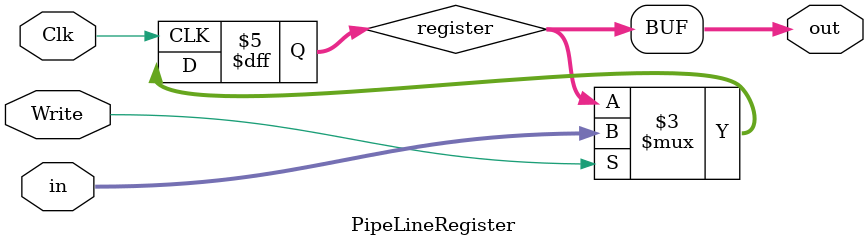
<source format=v>
`timescale 1ns / 1ps


module PipeLineRegister(Clk, in, out, Write);

    parameter N = 32;

    input Clk, Write;
    input [N-1:0] in;
    output reg [N-1:0] out;

    reg [N-1:0] register;
    
    always @(posedge Clk) begin
        if(Write)
            register <= in;
    end
    
    always @(*) begin
        out <= register; 
    end
    
endmodule

</source>
